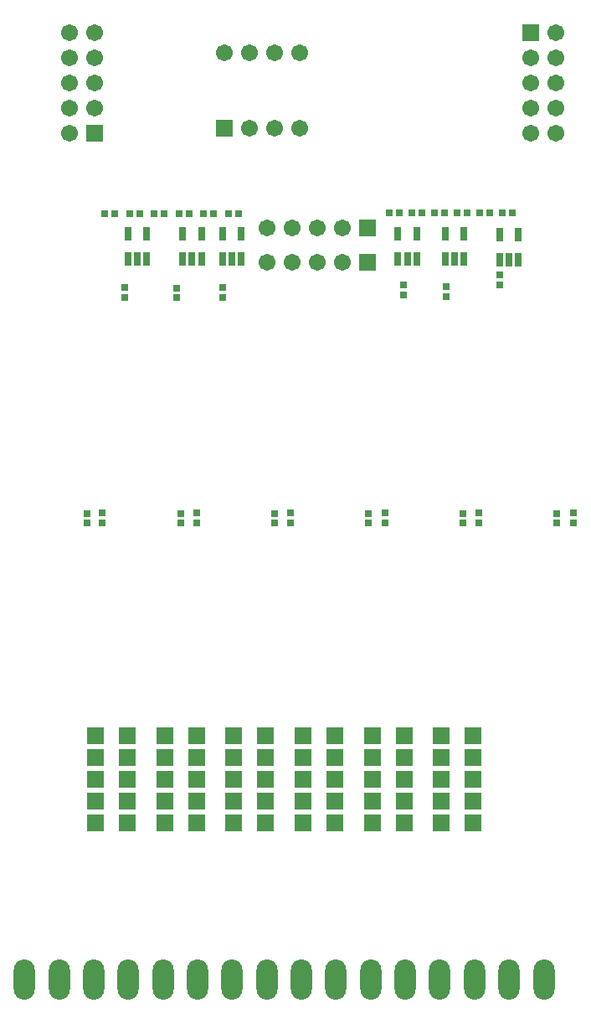
<source format=gbs>
G04*
G04 #@! TF.GenerationSoftware,Altium Limited,Altium Designer,20.0.13 (296)*
G04*
G04 Layer_Color=16711935*
%FSLAX44Y44*%
%MOMM*%
G71*
G01*
G75*
%ADD34R,0.8032X0.7032*%
%ADD35R,0.7032X0.8032*%
%ADD49O,2.1336X4.0640*%
%ADD50R,1.7032X1.7032*%
%ADD51C,1.7032*%
%ADD52R,1.7032X1.7032*%
%ADD67R,0.7932X1.4132*%
%ADD68R,1.8032X1.8032*%
D34*
X130750Y779750D02*
D03*
Y769750D02*
D03*
X182625Y779000D02*
D03*
Y769000D02*
D03*
X229750Y779500D02*
D03*
Y769500D02*
D03*
X412500Y782250D02*
D03*
Y772250D02*
D03*
X455250Y780500D02*
D03*
Y770500D02*
D03*
X509500Y792000D02*
D03*
Y782000D02*
D03*
X187250Y551250D02*
D03*
Y541250D02*
D03*
X203200Y551500D02*
D03*
Y541500D02*
D03*
X282250Y551250D02*
D03*
Y541250D02*
D03*
X298400Y551500D02*
D03*
Y541500D02*
D03*
X377250Y551250D02*
D03*
Y541250D02*
D03*
X393600Y551500D02*
D03*
Y541500D02*
D03*
X472250Y551250D02*
D03*
Y541250D02*
D03*
X488800Y551500D02*
D03*
Y541500D02*
D03*
X92250Y551250D02*
D03*
Y541250D02*
D03*
X108000Y551500D02*
D03*
Y541500D02*
D03*
X567250Y551250D02*
D03*
Y541250D02*
D03*
X584000Y551500D02*
D03*
Y541500D02*
D03*
D35*
X110500Y853750D02*
D03*
X120500D02*
D03*
X135450D02*
D03*
X145450D02*
D03*
X160400D02*
D03*
X170400D02*
D03*
X185350D02*
D03*
X195350D02*
D03*
X210300D02*
D03*
X220300D02*
D03*
X235250D02*
D03*
X245250D02*
D03*
X397875Y854750D02*
D03*
X407875D02*
D03*
X420800D02*
D03*
X430800D02*
D03*
X443725D02*
D03*
X453725D02*
D03*
X466650D02*
D03*
X476650D02*
D03*
X489575D02*
D03*
X499575D02*
D03*
X512500D02*
D03*
X522500D02*
D03*
D49*
X554250Y80250D02*
D03*
X519250D02*
D03*
X484250D02*
D03*
X449250D02*
D03*
X414250D02*
D03*
X379250D02*
D03*
X344250D02*
D03*
X309250D02*
D03*
X274250D02*
D03*
X239250D02*
D03*
X204250D02*
D03*
X169250D02*
D03*
X134250D02*
D03*
X99250D02*
D03*
X64250D02*
D03*
X29250D02*
D03*
D50*
X100000Y935400D02*
D03*
X231150Y940150D02*
D03*
X541000Y1037000D02*
D03*
D51*
X74600Y935400D02*
D03*
X100000Y960800D02*
D03*
X74600D02*
D03*
X100000Y986200D02*
D03*
X74600D02*
D03*
X100000Y1011600D02*
D03*
X74600D02*
D03*
Y1037000D02*
D03*
X100000D02*
D03*
X274200Y840000D02*
D03*
X299600D02*
D03*
X325000D02*
D03*
X350400D02*
D03*
X274450Y804500D02*
D03*
X299850D02*
D03*
X325250D02*
D03*
X350650D02*
D03*
X307350Y1016350D02*
D03*
X281950D02*
D03*
X256550D02*
D03*
X231150D02*
D03*
X307350Y940150D02*
D03*
X281950D02*
D03*
X256550D02*
D03*
X566400Y960800D02*
D03*
X541000D02*
D03*
X566400Y1037000D02*
D03*
X541000Y1011600D02*
D03*
X566400D02*
D03*
X541000Y986200D02*
D03*
X566400D02*
D03*
X541000Y935400D02*
D03*
X566400D02*
D03*
D52*
X375800Y840000D02*
D03*
X376050Y804500D02*
D03*
D67*
X152500Y833800D02*
D03*
X133500D02*
D03*
Y808700D02*
D03*
X143000D02*
D03*
X152500D02*
D03*
X208000Y833300D02*
D03*
X189000D02*
D03*
Y808200D02*
D03*
X198500D02*
D03*
X208000D02*
D03*
X248500Y833300D02*
D03*
X229500D02*
D03*
Y808200D02*
D03*
X239000D02*
D03*
X248500D02*
D03*
X528500Y832550D02*
D03*
X509500D02*
D03*
Y807450D02*
D03*
X519000D02*
D03*
X528500D02*
D03*
X473750Y833300D02*
D03*
X454750D02*
D03*
Y808200D02*
D03*
X464250D02*
D03*
X473750D02*
D03*
X425875Y833550D02*
D03*
X406875D02*
D03*
Y808450D02*
D03*
X416375D02*
D03*
X425875D02*
D03*
D68*
X412947Y238750D02*
D03*
X380947D02*
D03*
X272932D02*
D03*
X240932D02*
D03*
X132917D02*
D03*
X100917D02*
D03*
X482955D02*
D03*
X450955D02*
D03*
X482955Y260750D02*
D03*
X450955D02*
D03*
X482955Y282750D02*
D03*
X450955D02*
D03*
X482955Y304750D02*
D03*
X450955D02*
D03*
X482955Y326750D02*
D03*
X450955D02*
D03*
X412947Y260750D02*
D03*
X380947D02*
D03*
X412947Y282750D02*
D03*
X380947D02*
D03*
X412947Y304750D02*
D03*
X380947D02*
D03*
X412947Y326750D02*
D03*
X380947D02*
D03*
X342940Y238750D02*
D03*
X310940D02*
D03*
X342940Y260750D02*
D03*
X310940D02*
D03*
X342940Y282750D02*
D03*
X310940D02*
D03*
X342940Y304750D02*
D03*
X310940D02*
D03*
X342940Y326750D02*
D03*
X310940D02*
D03*
X272932Y260750D02*
D03*
X240932D02*
D03*
X272932Y282750D02*
D03*
X240932D02*
D03*
X272932Y304750D02*
D03*
X240932D02*
D03*
X272932Y326750D02*
D03*
X240932D02*
D03*
X202925Y238750D02*
D03*
X170925D02*
D03*
X202925Y260750D02*
D03*
X170925D02*
D03*
X202925Y282750D02*
D03*
X170925D02*
D03*
X202925Y304750D02*
D03*
X170925D02*
D03*
X202925Y326750D02*
D03*
X170925D02*
D03*
X132917Y260750D02*
D03*
X100917D02*
D03*
X132917Y282750D02*
D03*
X100917D02*
D03*
X132917Y304750D02*
D03*
X100917D02*
D03*
X132917Y326750D02*
D03*
X100917D02*
D03*
M02*

</source>
